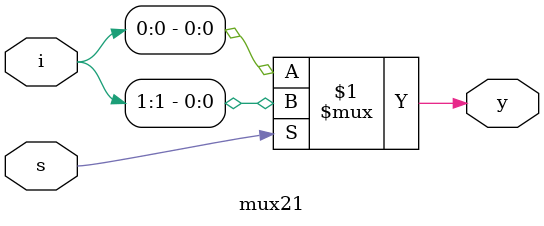
<source format=v>
module mux21(y,i,s);
input [1:0]i;
input s;
output y;
assign y = s?i[1]:i[0];
endmodule

</source>
